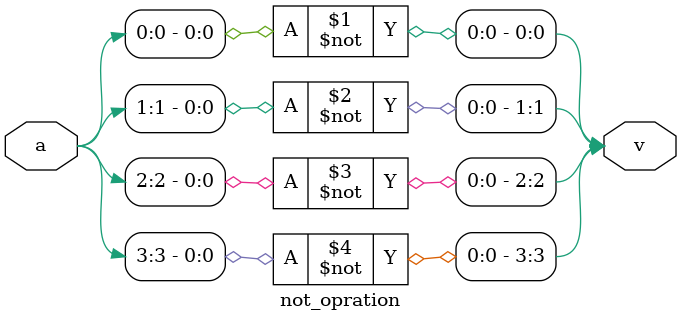
<source format=v>
`timescale 1ns / 1ps
module  not_opration(v,a);
output  [3:0]v;
input [3:0]a;
not(v[0],a[0]);
not(v[1],a[1]);
not(v[2],a[2]);
not(v[3],a[3]);
endmodule


</source>
